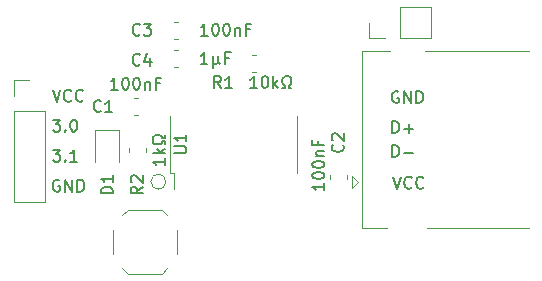
<source format=gbr>
G04 #@! TF.GenerationSoftware,KiCad,Pcbnew,5.1.0-unknown-ee14da3~82~ubuntu16.04.1*
G04 #@! TF.CreationDate,2019-04-08T19:12:28+02:00*
G04 #@! TF.ProjectId,UsbAmpel,55736241-6d70-4656-9c2e-6b696361645f,rev?*
G04 #@! TF.SameCoordinates,Original*
G04 #@! TF.FileFunction,Legend,Top*
G04 #@! TF.FilePolarity,Positive*
%FSLAX46Y46*%
G04 Gerber Fmt 4.6, Leading zero omitted, Abs format (unit mm)*
G04 Created by KiCad (PCBNEW 5.1.0-unknown-ee14da3~82~ubuntu16.04.1) date 2019-04-08 19:12:28*
%MOMM*%
%LPD*%
G04 APERTURE LIST*
%ADD10C,0.150000*%
%ADD11C,0.120000*%
G04 APERTURE END LIST*
D10*
X181578380Y-108418380D02*
X182197428Y-108418380D01*
X181864095Y-108799333D01*
X182006952Y-108799333D01*
X182102190Y-108846952D01*
X182149809Y-108894571D01*
X182197428Y-108989809D01*
X182197428Y-109227904D01*
X182149809Y-109323142D01*
X182102190Y-109370761D01*
X182006952Y-109418380D01*
X181721238Y-109418380D01*
X181626000Y-109370761D01*
X181578380Y-109323142D01*
X182626000Y-109323142D02*
X182673619Y-109370761D01*
X182626000Y-109418380D01*
X182578380Y-109370761D01*
X182626000Y-109323142D01*
X182626000Y-109418380D01*
X183626000Y-109418380D02*
X183054571Y-109418380D01*
X183340285Y-109418380D02*
X183340285Y-108418380D01*
X183245047Y-108561238D01*
X183149809Y-108656476D01*
X183054571Y-108704095D01*
X181578380Y-105878380D02*
X182197428Y-105878380D01*
X181864095Y-106259333D01*
X182006952Y-106259333D01*
X182102190Y-106306952D01*
X182149809Y-106354571D01*
X182197428Y-106449809D01*
X182197428Y-106687904D01*
X182149809Y-106783142D01*
X182102190Y-106830761D01*
X182006952Y-106878380D01*
X181721238Y-106878380D01*
X181626000Y-106830761D01*
X181578380Y-106783142D01*
X182626000Y-106783142D02*
X182673619Y-106830761D01*
X182626000Y-106878380D01*
X182578380Y-106830761D01*
X182626000Y-106783142D01*
X182626000Y-106878380D01*
X183292666Y-105878380D02*
X183387904Y-105878380D01*
X183483142Y-105926000D01*
X183530761Y-105973619D01*
X183578380Y-106068857D01*
X183626000Y-106259333D01*
X183626000Y-106497428D01*
X183578380Y-106687904D01*
X183530761Y-106783142D01*
X183483142Y-106830761D01*
X183387904Y-106878380D01*
X183292666Y-106878380D01*
X183197428Y-106830761D01*
X183149809Y-106783142D01*
X183102190Y-106687904D01*
X183054571Y-106497428D01*
X183054571Y-106259333D01*
X183102190Y-106068857D01*
X183149809Y-105973619D01*
X183197428Y-105926000D01*
X183292666Y-105878380D01*
X181546666Y-103338380D02*
X181880000Y-104338380D01*
X182213333Y-103338380D01*
X183118095Y-104243142D02*
X183070476Y-104290761D01*
X182927619Y-104338380D01*
X182832380Y-104338380D01*
X182689523Y-104290761D01*
X182594285Y-104195523D01*
X182546666Y-104100285D01*
X182499047Y-103909809D01*
X182499047Y-103766952D01*
X182546666Y-103576476D01*
X182594285Y-103481238D01*
X182689523Y-103386000D01*
X182832380Y-103338380D01*
X182927619Y-103338380D01*
X183070476Y-103386000D01*
X183118095Y-103433619D01*
X184118095Y-104243142D02*
X184070476Y-104290761D01*
X183927619Y-104338380D01*
X183832380Y-104338380D01*
X183689523Y-104290761D01*
X183594285Y-104195523D01*
X183546666Y-104100285D01*
X183499047Y-103909809D01*
X183499047Y-103766952D01*
X183546666Y-103576476D01*
X183594285Y-103481238D01*
X183689523Y-103386000D01*
X183832380Y-103338380D01*
X183927619Y-103338380D01*
X184070476Y-103386000D01*
X184118095Y-103433619D01*
X182118095Y-111006000D02*
X182022857Y-110958380D01*
X181880000Y-110958380D01*
X181737142Y-111006000D01*
X181641904Y-111101238D01*
X181594285Y-111196476D01*
X181546666Y-111386952D01*
X181546666Y-111529809D01*
X181594285Y-111720285D01*
X181641904Y-111815523D01*
X181737142Y-111910761D01*
X181880000Y-111958380D01*
X181975238Y-111958380D01*
X182118095Y-111910761D01*
X182165714Y-111863142D01*
X182165714Y-111529809D01*
X181975238Y-111529809D01*
X182594285Y-111958380D02*
X182594285Y-110958380D01*
X183165714Y-111958380D01*
X183165714Y-110958380D01*
X183641904Y-111958380D02*
X183641904Y-110958380D01*
X183880000Y-110958380D01*
X184022857Y-111006000D01*
X184118095Y-111101238D01*
X184165714Y-111196476D01*
X184213333Y-111386952D01*
X184213333Y-111529809D01*
X184165714Y-111720285D01*
X184118095Y-111815523D01*
X184022857Y-111910761D01*
X183880000Y-111958380D01*
X183641904Y-111958380D01*
X210320047Y-109037380D02*
X210320047Y-108037380D01*
X210558142Y-108037380D01*
X210701000Y-108085000D01*
X210796238Y-108180238D01*
X210843857Y-108275476D01*
X210891476Y-108465952D01*
X210891476Y-108608809D01*
X210843857Y-108799285D01*
X210796238Y-108894523D01*
X210701000Y-108989761D01*
X210558142Y-109037380D01*
X210320047Y-109037380D01*
X211320047Y-108656428D02*
X212081952Y-108656428D01*
X210320047Y-107005380D02*
X210320047Y-106005380D01*
X210558142Y-106005380D01*
X210701000Y-106053000D01*
X210796238Y-106148238D01*
X210843857Y-106243476D01*
X210891476Y-106433952D01*
X210891476Y-106576809D01*
X210843857Y-106767285D01*
X210796238Y-106862523D01*
X210701000Y-106957761D01*
X210558142Y-107005380D01*
X210320047Y-107005380D01*
X211320047Y-106624428D02*
X212081952Y-106624428D01*
X211701000Y-107005380D02*
X211701000Y-106243476D01*
X210375666Y-110704380D02*
X210709000Y-111704380D01*
X211042333Y-110704380D01*
X211947095Y-111609142D02*
X211899476Y-111656761D01*
X211756619Y-111704380D01*
X211661380Y-111704380D01*
X211518523Y-111656761D01*
X211423285Y-111561523D01*
X211375666Y-111466285D01*
X211328047Y-111275809D01*
X211328047Y-111132952D01*
X211375666Y-110942476D01*
X211423285Y-110847238D01*
X211518523Y-110752000D01*
X211661380Y-110704380D01*
X211756619Y-110704380D01*
X211899476Y-110752000D01*
X211947095Y-110799619D01*
X212947095Y-111609142D02*
X212899476Y-111656761D01*
X212756619Y-111704380D01*
X212661380Y-111704380D01*
X212518523Y-111656761D01*
X212423285Y-111561523D01*
X212375666Y-111466285D01*
X212328047Y-111275809D01*
X212328047Y-111132952D01*
X212375666Y-110942476D01*
X212423285Y-110847238D01*
X212518523Y-110752000D01*
X212661380Y-110704380D01*
X212756619Y-110704380D01*
X212899476Y-110752000D01*
X212947095Y-110799619D01*
X210820095Y-103513000D02*
X210724857Y-103465380D01*
X210582000Y-103465380D01*
X210439142Y-103513000D01*
X210343904Y-103608238D01*
X210296285Y-103703476D01*
X210248666Y-103893952D01*
X210248666Y-104036809D01*
X210296285Y-104227285D01*
X210343904Y-104322523D01*
X210439142Y-104417761D01*
X210582000Y-104465380D01*
X210677238Y-104465380D01*
X210820095Y-104417761D01*
X210867714Y-104370142D01*
X210867714Y-104036809D01*
X210677238Y-104036809D01*
X211296285Y-104465380D02*
X211296285Y-103465380D01*
X211867714Y-104465380D01*
X211867714Y-103465380D01*
X212343904Y-104465380D02*
X212343904Y-103465380D01*
X212582000Y-103465380D01*
X212724857Y-103513000D01*
X212820095Y-103608238D01*
X212867714Y-103703476D01*
X212915333Y-103893952D01*
X212915333Y-104036809D01*
X212867714Y-104227285D01*
X212820095Y-104322523D01*
X212724857Y-104417761D01*
X212582000Y-104465380D01*
X212343904Y-104465380D01*
D11*
X191135000Y-111125000D02*
G75*
G03X191135000Y-111125000I-635000J0D01*
G01*
X192147500Y-100001000D02*
X191847500Y-100001000D01*
X192147500Y-101421000D02*
X191847500Y-101421000D01*
X192147500Y-97588000D02*
X191847500Y-97588000D01*
X192147500Y-99008000D02*
X191847500Y-99008000D01*
X190807000Y-113505000D02*
X191257000Y-113955000D01*
X192057000Y-115205000D02*
X192057000Y-117205000D01*
X191257000Y-118455000D02*
X190807000Y-118905000D01*
X190807000Y-118905000D02*
X187907000Y-118905000D01*
X187907000Y-118905000D02*
X187457000Y-118455000D01*
X186657000Y-117205000D02*
X186657000Y-115205000D01*
X187457000Y-113955000D02*
X187907000Y-113505000D01*
X187907000Y-113505000D02*
X190807000Y-113505000D01*
X178248000Y-102556000D02*
X179578000Y-102556000D01*
X178248000Y-103886000D02*
X178248000Y-102556000D01*
X178248000Y-105156000D02*
X180908000Y-105156000D01*
X180908000Y-105156000D02*
X180908000Y-112836000D01*
X178248000Y-105156000D02*
X178248000Y-112836000D01*
X178248000Y-112836000D02*
X180908000Y-112836000D01*
X208347000Y-98993000D02*
X208347000Y-97663000D01*
X209677000Y-98993000D02*
X208347000Y-98993000D01*
X210947000Y-98993000D02*
X210947000Y-96333000D01*
X210947000Y-96333000D02*
X213547000Y-96333000D01*
X210947000Y-98993000D02*
X213547000Y-98993000D01*
X213547000Y-98993000D02*
X213547000Y-96333000D01*
X202250000Y-110350000D02*
X202250000Y-105550000D01*
X191450000Y-110350000D02*
X191450000Y-105550000D01*
X191850000Y-110350000D02*
X191850000Y-111750000D01*
X191450000Y-110350000D02*
X191850000Y-110350000D01*
X189432000Y-108608000D02*
X189432000Y-108308000D01*
X188012000Y-108608000D02*
X188012000Y-108308000D01*
X198751500Y-100382000D02*
X198451500Y-100382000D01*
X198751500Y-101802000D02*
X198451500Y-101802000D01*
X185172000Y-106758000D02*
X185172000Y-109458000D01*
X187192000Y-106758000D02*
X185172000Y-106758000D01*
X187192000Y-109458000D02*
X187192000Y-106758000D01*
X213265000Y-115065000D02*
X221865000Y-115065000D01*
X213065000Y-100075000D02*
X221865000Y-100075000D01*
X207775000Y-100075000D02*
X207775000Y-115065000D01*
X207775000Y-115065000D02*
X209895000Y-115065000D01*
X207775000Y-100075000D02*
X210105000Y-100075000D01*
X207415000Y-111125000D02*
X206915000Y-111625000D01*
X206915000Y-111625000D02*
X206915000Y-110625000D01*
X206915000Y-110625000D02*
X207415000Y-111125000D01*
X205030000Y-110567500D02*
X205030000Y-110867500D01*
X206450000Y-110567500D02*
X206450000Y-110867500D01*
X188745000Y-104065000D02*
X188445000Y-104065000D01*
X188745000Y-105485000D02*
X188445000Y-105485000D01*
D10*
X188936333Y-101195142D02*
X188888714Y-101242761D01*
X188745857Y-101290380D01*
X188650619Y-101290380D01*
X188507761Y-101242761D01*
X188412523Y-101147523D01*
X188364904Y-101052285D01*
X188317285Y-100861809D01*
X188317285Y-100718952D01*
X188364904Y-100528476D01*
X188412523Y-100433238D01*
X188507761Y-100338000D01*
X188650619Y-100290380D01*
X188745857Y-100290380D01*
X188888714Y-100338000D01*
X188936333Y-100385619D01*
X189793476Y-100623714D02*
X189793476Y-101290380D01*
X189555380Y-100242761D02*
X189317285Y-100957047D01*
X189936333Y-100957047D01*
X194659333Y-101163380D02*
X194087904Y-101163380D01*
X194373619Y-101163380D02*
X194373619Y-100163380D01*
X194278380Y-100306238D01*
X194183142Y-100401476D01*
X194087904Y-100449095D01*
X195087904Y-100496714D02*
X195087904Y-101496714D01*
X195564095Y-101020523D02*
X195611714Y-101115761D01*
X195706952Y-101163380D01*
X195087904Y-101020523D02*
X195135523Y-101115761D01*
X195230761Y-101163380D01*
X195421238Y-101163380D01*
X195516476Y-101115761D01*
X195564095Y-101020523D01*
X195564095Y-100496714D01*
X196468857Y-100639571D02*
X196135523Y-100639571D01*
X196135523Y-101163380D02*
X196135523Y-100163380D01*
X196611714Y-100163380D01*
X188936333Y-98655142D02*
X188888714Y-98702761D01*
X188745857Y-98750380D01*
X188650619Y-98750380D01*
X188507761Y-98702761D01*
X188412523Y-98607523D01*
X188364904Y-98512285D01*
X188317285Y-98321809D01*
X188317285Y-98178952D01*
X188364904Y-97988476D01*
X188412523Y-97893238D01*
X188507761Y-97798000D01*
X188650619Y-97750380D01*
X188745857Y-97750380D01*
X188888714Y-97798000D01*
X188936333Y-97845619D01*
X189269666Y-97750380D02*
X189888714Y-97750380D01*
X189555380Y-98131333D01*
X189698238Y-98131333D01*
X189793476Y-98178952D01*
X189841095Y-98226571D01*
X189888714Y-98321809D01*
X189888714Y-98559904D01*
X189841095Y-98655142D01*
X189793476Y-98702761D01*
X189698238Y-98750380D01*
X189412523Y-98750380D01*
X189317285Y-98702761D01*
X189269666Y-98655142D01*
X194667380Y-98750380D02*
X194095952Y-98750380D01*
X194381666Y-98750380D02*
X194381666Y-97750380D01*
X194286428Y-97893238D01*
X194191190Y-97988476D01*
X194095952Y-98036095D01*
X195286428Y-97750380D02*
X195381666Y-97750380D01*
X195476904Y-97798000D01*
X195524523Y-97845619D01*
X195572142Y-97940857D01*
X195619761Y-98131333D01*
X195619761Y-98369428D01*
X195572142Y-98559904D01*
X195524523Y-98655142D01*
X195476904Y-98702761D01*
X195381666Y-98750380D01*
X195286428Y-98750380D01*
X195191190Y-98702761D01*
X195143571Y-98655142D01*
X195095952Y-98559904D01*
X195048333Y-98369428D01*
X195048333Y-98131333D01*
X195095952Y-97940857D01*
X195143571Y-97845619D01*
X195191190Y-97798000D01*
X195286428Y-97750380D01*
X196238809Y-97750380D02*
X196334047Y-97750380D01*
X196429285Y-97798000D01*
X196476904Y-97845619D01*
X196524523Y-97940857D01*
X196572142Y-98131333D01*
X196572142Y-98369428D01*
X196524523Y-98559904D01*
X196476904Y-98655142D01*
X196429285Y-98702761D01*
X196334047Y-98750380D01*
X196238809Y-98750380D01*
X196143571Y-98702761D01*
X196095952Y-98655142D01*
X196048333Y-98559904D01*
X196000714Y-98369428D01*
X196000714Y-98131333D01*
X196048333Y-97940857D01*
X196095952Y-97845619D01*
X196143571Y-97798000D01*
X196238809Y-97750380D01*
X197000714Y-98083714D02*
X197000714Y-98750380D01*
X197000714Y-98178952D02*
X197048333Y-98131333D01*
X197143571Y-98083714D01*
X197286428Y-98083714D01*
X197381666Y-98131333D01*
X197429285Y-98226571D01*
X197429285Y-98750380D01*
X198238809Y-98226571D02*
X197905476Y-98226571D01*
X197905476Y-98750380D02*
X197905476Y-97750380D01*
X198381666Y-97750380D01*
X191857380Y-108711904D02*
X192666904Y-108711904D01*
X192762142Y-108664285D01*
X192809761Y-108616666D01*
X192857380Y-108521428D01*
X192857380Y-108330952D01*
X192809761Y-108235714D01*
X192762142Y-108188095D01*
X192666904Y-108140476D01*
X191857380Y-108140476D01*
X192857380Y-107140476D02*
X192857380Y-107711904D01*
X192857380Y-107426190D02*
X191857380Y-107426190D01*
X192000238Y-107521428D01*
X192095476Y-107616666D01*
X192143095Y-107711904D01*
X189174380Y-111545666D02*
X188698190Y-111879000D01*
X189174380Y-112117095D02*
X188174380Y-112117095D01*
X188174380Y-111736142D01*
X188222000Y-111640904D01*
X188269619Y-111593285D01*
X188364857Y-111545666D01*
X188507714Y-111545666D01*
X188602952Y-111593285D01*
X188650571Y-111640904D01*
X188698190Y-111736142D01*
X188698190Y-112117095D01*
X188269619Y-111164714D02*
X188222000Y-111117095D01*
X188174380Y-111021857D01*
X188174380Y-110783761D01*
X188222000Y-110688523D01*
X188269619Y-110640904D01*
X188364857Y-110593285D01*
X188460095Y-110593285D01*
X188602952Y-110640904D01*
X189174380Y-111212333D01*
X189174380Y-110593285D01*
X191024380Y-109148476D02*
X191024380Y-109719904D01*
X191024380Y-109434190D02*
X190024380Y-109434190D01*
X190167238Y-109529428D01*
X190262476Y-109624666D01*
X190310095Y-109719904D01*
X191024380Y-108719904D02*
X190024380Y-108719904D01*
X190643428Y-108624666D02*
X191024380Y-108338952D01*
X190357714Y-108338952D02*
X190738666Y-108719904D01*
X191024380Y-107958000D02*
X191024380Y-107719904D01*
X190833904Y-107719904D01*
X190786285Y-107815142D01*
X190691047Y-107910380D01*
X190548190Y-107958000D01*
X190310095Y-107958000D01*
X190167238Y-107910380D01*
X190072000Y-107815142D01*
X190024380Y-107672285D01*
X190024380Y-107481809D01*
X190072000Y-107338952D01*
X190167238Y-107243714D01*
X190310095Y-107196095D01*
X190548190Y-107196095D01*
X190691047Y-107243714D01*
X190786285Y-107338952D01*
X190833904Y-107434190D01*
X191024380Y-107434190D01*
X191024380Y-107196095D01*
X195794333Y-103195380D02*
X195461000Y-102719190D01*
X195222904Y-103195380D02*
X195222904Y-102195380D01*
X195603857Y-102195380D01*
X195699095Y-102243000D01*
X195746714Y-102290619D01*
X195794333Y-102385857D01*
X195794333Y-102528714D01*
X195746714Y-102623952D01*
X195699095Y-102671571D01*
X195603857Y-102719190D01*
X195222904Y-102719190D01*
X196746714Y-103195380D02*
X196175285Y-103195380D01*
X196461000Y-103195380D02*
X196461000Y-102195380D01*
X196365761Y-102338238D01*
X196270523Y-102433476D01*
X196175285Y-102481095D01*
X198858333Y-103195380D02*
X198286904Y-103195380D01*
X198572619Y-103195380D02*
X198572619Y-102195380D01*
X198477380Y-102338238D01*
X198382142Y-102433476D01*
X198286904Y-102481095D01*
X199477380Y-102195380D02*
X199572619Y-102195380D01*
X199667857Y-102243000D01*
X199715476Y-102290619D01*
X199763095Y-102385857D01*
X199810714Y-102576333D01*
X199810714Y-102814428D01*
X199763095Y-103004904D01*
X199715476Y-103100142D01*
X199667857Y-103147761D01*
X199572619Y-103195380D01*
X199477380Y-103195380D01*
X199382142Y-103147761D01*
X199334523Y-103100142D01*
X199286904Y-103004904D01*
X199239285Y-102814428D01*
X199239285Y-102576333D01*
X199286904Y-102385857D01*
X199334523Y-102290619D01*
X199382142Y-102243000D01*
X199477380Y-102195380D01*
X200239285Y-103195380D02*
X200239285Y-102195380D01*
X200334523Y-102814428D02*
X200620238Y-103195380D01*
X200620238Y-102528714D02*
X200239285Y-102909666D01*
X201001190Y-103195380D02*
X201239285Y-103195380D01*
X201239285Y-103004904D01*
X201144047Y-102957285D01*
X201048809Y-102862047D01*
X201001190Y-102719190D01*
X201001190Y-102481095D01*
X201048809Y-102338238D01*
X201144047Y-102243000D01*
X201286904Y-102195380D01*
X201477380Y-102195380D01*
X201620238Y-102243000D01*
X201715476Y-102338238D01*
X201763095Y-102481095D01*
X201763095Y-102719190D01*
X201715476Y-102862047D01*
X201620238Y-102957285D01*
X201525000Y-103004904D01*
X201525000Y-103195380D01*
X201763095Y-103195380D01*
X186634380Y-112117095D02*
X185634380Y-112117095D01*
X185634380Y-111879000D01*
X185682000Y-111736142D01*
X185777238Y-111640904D01*
X185872476Y-111593285D01*
X186062952Y-111545666D01*
X186205809Y-111545666D01*
X186396285Y-111593285D01*
X186491523Y-111640904D01*
X186586761Y-111736142D01*
X186634380Y-111879000D01*
X186634380Y-112117095D01*
X186634380Y-110593285D02*
X186634380Y-111164714D01*
X186634380Y-110879000D02*
X185634380Y-110879000D01*
X185777238Y-110974238D01*
X185872476Y-111069476D01*
X185920095Y-111164714D01*
X206097142Y-107989666D02*
X206144761Y-108037285D01*
X206192380Y-108180142D01*
X206192380Y-108275380D01*
X206144761Y-108418238D01*
X206049523Y-108513476D01*
X205954285Y-108561095D01*
X205763809Y-108608714D01*
X205620952Y-108608714D01*
X205430476Y-108561095D01*
X205335238Y-108513476D01*
X205240000Y-108418238D01*
X205192380Y-108275380D01*
X205192380Y-108180142D01*
X205240000Y-108037285D01*
X205287619Y-107989666D01*
X205287619Y-107608714D02*
X205240000Y-107561095D01*
X205192380Y-107465857D01*
X205192380Y-107227761D01*
X205240000Y-107132523D01*
X205287619Y-107084904D01*
X205382857Y-107037285D01*
X205478095Y-107037285D01*
X205620952Y-107084904D01*
X206192380Y-107656333D01*
X206192380Y-107037285D01*
X204541380Y-111275619D02*
X204541380Y-111847047D01*
X204541380Y-111561333D02*
X203541380Y-111561333D01*
X203684238Y-111656571D01*
X203779476Y-111751809D01*
X203827095Y-111847047D01*
X203541380Y-110656571D02*
X203541380Y-110561333D01*
X203589000Y-110466095D01*
X203636619Y-110418476D01*
X203731857Y-110370857D01*
X203922333Y-110323238D01*
X204160428Y-110323238D01*
X204350904Y-110370857D01*
X204446142Y-110418476D01*
X204493761Y-110466095D01*
X204541380Y-110561333D01*
X204541380Y-110656571D01*
X204493761Y-110751809D01*
X204446142Y-110799428D01*
X204350904Y-110847047D01*
X204160428Y-110894666D01*
X203922333Y-110894666D01*
X203731857Y-110847047D01*
X203636619Y-110799428D01*
X203589000Y-110751809D01*
X203541380Y-110656571D01*
X203541380Y-109704190D02*
X203541380Y-109608952D01*
X203589000Y-109513714D01*
X203636619Y-109466095D01*
X203731857Y-109418476D01*
X203922333Y-109370857D01*
X204160428Y-109370857D01*
X204350904Y-109418476D01*
X204446142Y-109466095D01*
X204493761Y-109513714D01*
X204541380Y-109608952D01*
X204541380Y-109704190D01*
X204493761Y-109799428D01*
X204446142Y-109847047D01*
X204350904Y-109894666D01*
X204160428Y-109942285D01*
X203922333Y-109942285D01*
X203731857Y-109894666D01*
X203636619Y-109847047D01*
X203589000Y-109799428D01*
X203541380Y-109704190D01*
X203874714Y-108942285D02*
X204541380Y-108942285D01*
X203969952Y-108942285D02*
X203922333Y-108894666D01*
X203874714Y-108799428D01*
X203874714Y-108656571D01*
X203922333Y-108561333D01*
X204017571Y-108513714D01*
X204541380Y-108513714D01*
X204017571Y-107704190D02*
X204017571Y-108037523D01*
X204541380Y-108037523D02*
X203541380Y-108037523D01*
X203541380Y-107561333D01*
X185634333Y-105132142D02*
X185586714Y-105179761D01*
X185443857Y-105227380D01*
X185348619Y-105227380D01*
X185205761Y-105179761D01*
X185110523Y-105084523D01*
X185062904Y-104989285D01*
X185015285Y-104798809D01*
X185015285Y-104655952D01*
X185062904Y-104465476D01*
X185110523Y-104370238D01*
X185205761Y-104275000D01*
X185348619Y-104227380D01*
X185443857Y-104227380D01*
X185586714Y-104275000D01*
X185634333Y-104322619D01*
X186586714Y-105227380D02*
X186015285Y-105227380D01*
X186301000Y-105227380D02*
X186301000Y-104227380D01*
X186205761Y-104370238D01*
X186110523Y-104465476D01*
X186015285Y-104513095D01*
X187047380Y-103322380D02*
X186475952Y-103322380D01*
X186761666Y-103322380D02*
X186761666Y-102322380D01*
X186666428Y-102465238D01*
X186571190Y-102560476D01*
X186475952Y-102608095D01*
X187666428Y-102322380D02*
X187761666Y-102322380D01*
X187856904Y-102370000D01*
X187904523Y-102417619D01*
X187952142Y-102512857D01*
X187999761Y-102703333D01*
X187999761Y-102941428D01*
X187952142Y-103131904D01*
X187904523Y-103227142D01*
X187856904Y-103274761D01*
X187761666Y-103322380D01*
X187666428Y-103322380D01*
X187571190Y-103274761D01*
X187523571Y-103227142D01*
X187475952Y-103131904D01*
X187428333Y-102941428D01*
X187428333Y-102703333D01*
X187475952Y-102512857D01*
X187523571Y-102417619D01*
X187571190Y-102370000D01*
X187666428Y-102322380D01*
X188618809Y-102322380D02*
X188714047Y-102322380D01*
X188809285Y-102370000D01*
X188856904Y-102417619D01*
X188904523Y-102512857D01*
X188952142Y-102703333D01*
X188952142Y-102941428D01*
X188904523Y-103131904D01*
X188856904Y-103227142D01*
X188809285Y-103274761D01*
X188714047Y-103322380D01*
X188618809Y-103322380D01*
X188523571Y-103274761D01*
X188475952Y-103227142D01*
X188428333Y-103131904D01*
X188380714Y-102941428D01*
X188380714Y-102703333D01*
X188428333Y-102512857D01*
X188475952Y-102417619D01*
X188523571Y-102370000D01*
X188618809Y-102322380D01*
X189380714Y-102655714D02*
X189380714Y-103322380D01*
X189380714Y-102750952D02*
X189428333Y-102703333D01*
X189523571Y-102655714D01*
X189666428Y-102655714D01*
X189761666Y-102703333D01*
X189809285Y-102798571D01*
X189809285Y-103322380D01*
X190618809Y-102798571D02*
X190285476Y-102798571D01*
X190285476Y-103322380D02*
X190285476Y-102322380D01*
X190761666Y-102322380D01*
M02*

</source>
